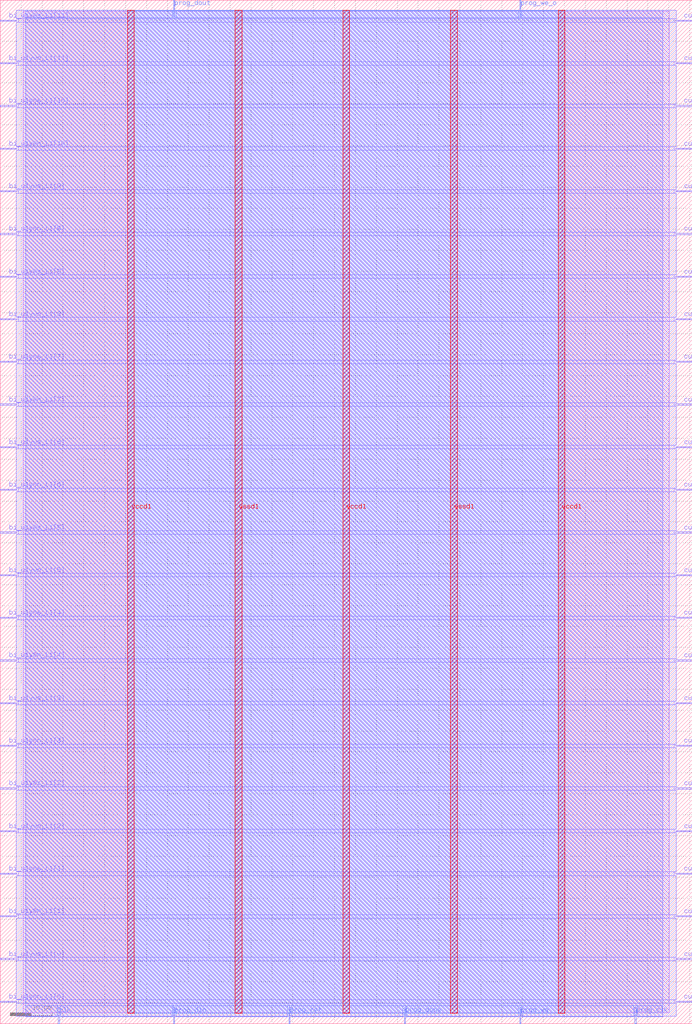
<source format=lef>
VERSION 5.7 ;
  NOWIREEXTENSIONATPIN ON ;
  DIVIDERCHAR "/" ;
  BUSBITCHARS "[]" ;
MACRO tile_clb
  CLASS BLOCK ;
  FOREIGN tile_clb ;
  ORIGIN 0.000 0.000 ;
  SIZE 165.600 BY 244.800 ;
  PIN bi_u1y0n_L1[0]
    DIRECTION INPUT ;
    USE SIGNAL ;
    PORT
      LAYER met1 ;
        RECT 0.000 5.130 4.000 5.410 ;
    END
  END bi_u1y0n_L1[0]
  PIN bi_u1y0n_L1[10]
    DIRECTION INPUT ;
    USE SIGNAL ;
    PORT
      LAYER met1 ;
        RECT 0.000 209.130 4.000 209.410 ;
    END
  END bi_u1y0n_L1[10]
  PIN bi_u1y0n_L1[11]
    DIRECTION INPUT ;
    USE SIGNAL ;
    PORT
      LAYER met1 ;
        RECT 0.000 229.530 4.000 229.810 ;
    END
  END bi_u1y0n_L1[11]
  PIN bi_u1y0n_L1[1]
    DIRECTION INPUT ;
    USE SIGNAL ;
    PORT
      LAYER met1 ;
        RECT 0.000 25.530 4.000 25.810 ;
    END
  END bi_u1y0n_L1[1]
  PIN bi_u1y0n_L1[2]
    DIRECTION INPUT ;
    USE SIGNAL ;
    PORT
      LAYER met1 ;
        RECT 0.000 45.930 4.000 46.210 ;
    END
  END bi_u1y0n_L1[2]
  PIN bi_u1y0n_L1[3]
    DIRECTION INPUT ;
    USE SIGNAL ;
    PORT
      LAYER met1 ;
        RECT 0.000 66.330 4.000 66.610 ;
    END
  END bi_u1y0n_L1[3]
  PIN bi_u1y0n_L1[4]
    DIRECTION INPUT ;
    USE SIGNAL ;
    PORT
      LAYER met1 ;
        RECT 0.000 86.730 4.000 87.010 ;
    END
  END bi_u1y0n_L1[4]
  PIN bi_u1y0n_L1[5]
    DIRECTION INPUT ;
    USE SIGNAL ;
    PORT
      LAYER met1 ;
        RECT 0.000 107.130 4.000 107.410 ;
    END
  END bi_u1y0n_L1[5]
  PIN bi_u1y0n_L1[6]
    DIRECTION INPUT ;
    USE SIGNAL ;
    PORT
      LAYER met1 ;
        RECT 0.000 127.530 4.000 127.810 ;
    END
  END bi_u1y0n_L1[6]
  PIN bi_u1y0n_L1[7]
    DIRECTION INPUT ;
    USE SIGNAL ;
    PORT
      LAYER met1 ;
        RECT 0.000 147.930 4.000 148.210 ;
    END
  END bi_u1y0n_L1[7]
  PIN bi_u1y0n_L1[8]
    DIRECTION INPUT ;
    USE SIGNAL ;
    PORT
      LAYER met1 ;
        RECT 0.000 168.330 4.000 168.610 ;
    END
  END bi_u1y0n_L1[8]
  PIN bi_u1y0n_L1[9]
    DIRECTION INPUT ;
    USE SIGNAL ;
    PORT
      LAYER met1 ;
        RECT 0.000 188.730 4.000 189.010 ;
    END
  END bi_u1y0n_L1[9]
  PIN bi_u1y0s_L1[0]
    DIRECTION INPUT ;
    USE SIGNAL ;
    PORT
      LAYER met1 ;
        RECT 0.000 15.330 4.000 15.610 ;
    END
  END bi_u1y0s_L1[0]
  PIN bi_u1y0s_L1[10]
    DIRECTION INPUT ;
    USE SIGNAL ;
    PORT
      LAYER met1 ;
        RECT 0.000 219.330 4.000 219.610 ;
    END
  END bi_u1y0s_L1[10]
  PIN bi_u1y0s_L1[11]
    DIRECTION INPUT ;
    USE SIGNAL ;
    PORT
      LAYER met1 ;
        RECT 0.000 239.730 4.000 240.010 ;
    END
  END bi_u1y0s_L1[11]
  PIN bi_u1y0s_L1[1]
    DIRECTION INPUT ;
    USE SIGNAL ;
    PORT
      LAYER met1 ;
        RECT 0.000 35.730 4.000 36.010 ;
    END
  END bi_u1y0s_L1[1]
  PIN bi_u1y0s_L1[2]
    DIRECTION INPUT ;
    USE SIGNAL ;
    PORT
      LAYER met1 ;
        RECT 0.000 56.130 4.000 56.410 ;
    END
  END bi_u1y0s_L1[2]
  PIN bi_u1y0s_L1[3]
    DIRECTION INPUT ;
    USE SIGNAL ;
    PORT
      LAYER met1 ;
        RECT 0.000 76.530 4.000 76.810 ;
    END
  END bi_u1y0s_L1[3]
  PIN bi_u1y0s_L1[4]
    DIRECTION INPUT ;
    USE SIGNAL ;
    PORT
      LAYER met1 ;
        RECT 0.000 96.930 4.000 97.210 ;
    END
  END bi_u1y0s_L1[4]
  PIN bi_u1y0s_L1[5]
    DIRECTION INPUT ;
    USE SIGNAL ;
    PORT
      LAYER met1 ;
        RECT 0.000 117.330 4.000 117.610 ;
    END
  END bi_u1y0s_L1[5]
  PIN bi_u1y0s_L1[6]
    DIRECTION INPUT ;
    USE SIGNAL ;
    PORT
      LAYER met1 ;
        RECT 0.000 137.730 4.000 138.010 ;
    END
  END bi_u1y0s_L1[6]
  PIN bi_u1y0s_L1[7]
    DIRECTION INPUT ;
    USE SIGNAL ;
    PORT
      LAYER met1 ;
        RECT 0.000 158.130 4.000 158.410 ;
    END
  END bi_u1y0s_L1[7]
  PIN bi_u1y0s_L1[8]
    DIRECTION INPUT ;
    USE SIGNAL ;
    PORT
      LAYER met1 ;
        RECT 0.000 178.530 4.000 178.810 ;
    END
  END bi_u1y0s_L1[8]
  PIN bi_u1y0s_L1[9]
    DIRECTION INPUT ;
    USE SIGNAL ;
    PORT
      LAYER met1 ;
        RECT 0.000 198.930 4.000 199.210 ;
    END
  END bi_u1y0s_L1[9]
  PIN clk
    DIRECTION INPUT ;
    USE SIGNAL ;
    PORT
      LAYER met2 ;
        RECT 13.890 0.000 14.170 4.000 ;
    END
  END clk
  PIN cu_x0y0n_L1[0]
    DIRECTION OUTPUT TRISTATE ;
    USE SIGNAL ;
    PORT
      LAYER met1 ;
        RECT 161.600 5.130 165.600 5.410 ;
    END
  END cu_x0y0n_L1[0]
  PIN cu_x0y0n_L1[10]
    DIRECTION OUTPUT TRISTATE ;
    USE SIGNAL ;
    PORT
      LAYER met1 ;
        RECT 161.600 209.130 165.600 209.410 ;
    END
  END cu_x0y0n_L1[10]
  PIN cu_x0y0n_L1[11]
    DIRECTION OUTPUT TRISTATE ;
    USE SIGNAL ;
    PORT
      LAYER met1 ;
        RECT 161.600 229.530 165.600 229.810 ;
    END
  END cu_x0y0n_L1[11]
  PIN cu_x0y0n_L1[1]
    DIRECTION OUTPUT TRISTATE ;
    USE SIGNAL ;
    PORT
      LAYER met1 ;
        RECT 161.600 25.530 165.600 25.810 ;
    END
  END cu_x0y0n_L1[1]
  PIN cu_x0y0n_L1[2]
    DIRECTION OUTPUT TRISTATE ;
    USE SIGNAL ;
    PORT
      LAYER met1 ;
        RECT 161.600 45.930 165.600 46.210 ;
    END
  END cu_x0y0n_L1[2]
  PIN cu_x0y0n_L1[3]
    DIRECTION OUTPUT TRISTATE ;
    USE SIGNAL ;
    PORT
      LAYER met1 ;
        RECT 161.600 66.330 165.600 66.610 ;
    END
  END cu_x0y0n_L1[3]
  PIN cu_x0y0n_L1[4]
    DIRECTION OUTPUT TRISTATE ;
    USE SIGNAL ;
    PORT
      LAYER met1 ;
        RECT 161.600 86.730 165.600 87.010 ;
    END
  END cu_x0y0n_L1[4]
  PIN cu_x0y0n_L1[5]
    DIRECTION OUTPUT TRISTATE ;
    USE SIGNAL ;
    PORT
      LAYER met1 ;
        RECT 161.600 107.130 165.600 107.410 ;
    END
  END cu_x0y0n_L1[5]
  PIN cu_x0y0n_L1[6]
    DIRECTION OUTPUT TRISTATE ;
    USE SIGNAL ;
    PORT
      LAYER met1 ;
        RECT 161.600 127.530 165.600 127.810 ;
    END
  END cu_x0y0n_L1[6]
  PIN cu_x0y0n_L1[7]
    DIRECTION OUTPUT TRISTATE ;
    USE SIGNAL ;
    PORT
      LAYER met1 ;
        RECT 161.600 147.930 165.600 148.210 ;
    END
  END cu_x0y0n_L1[7]
  PIN cu_x0y0n_L1[8]
    DIRECTION OUTPUT TRISTATE ;
    USE SIGNAL ;
    PORT
      LAYER met1 ;
        RECT 161.600 168.330 165.600 168.610 ;
    END
  END cu_x0y0n_L1[8]
  PIN cu_x0y0n_L1[9]
    DIRECTION OUTPUT TRISTATE ;
    USE SIGNAL ;
    PORT
      LAYER met1 ;
        RECT 161.600 188.730 165.600 189.010 ;
    END
  END cu_x0y0n_L1[9]
  PIN cu_x0y0s_L1[0]
    DIRECTION OUTPUT TRISTATE ;
    USE SIGNAL ;
    PORT
      LAYER met1 ;
        RECT 161.600 15.330 165.600 15.610 ;
    END
  END cu_x0y0s_L1[0]
  PIN cu_x0y0s_L1[10]
    DIRECTION OUTPUT TRISTATE ;
    USE SIGNAL ;
    PORT
      LAYER met1 ;
        RECT 161.600 219.330 165.600 219.610 ;
    END
  END cu_x0y0s_L1[10]
  PIN cu_x0y0s_L1[11]
    DIRECTION OUTPUT TRISTATE ;
    USE SIGNAL ;
    PORT
      LAYER met1 ;
        RECT 161.600 239.730 165.600 240.010 ;
    END
  END cu_x0y0s_L1[11]
  PIN cu_x0y0s_L1[1]
    DIRECTION OUTPUT TRISTATE ;
    USE SIGNAL ;
    PORT
      LAYER met1 ;
        RECT 161.600 35.730 165.600 36.010 ;
    END
  END cu_x0y0s_L1[1]
  PIN cu_x0y0s_L1[2]
    DIRECTION OUTPUT TRISTATE ;
    USE SIGNAL ;
    PORT
      LAYER met1 ;
        RECT 161.600 56.130 165.600 56.410 ;
    END
  END cu_x0y0s_L1[2]
  PIN cu_x0y0s_L1[3]
    DIRECTION OUTPUT TRISTATE ;
    USE SIGNAL ;
    PORT
      LAYER met1 ;
        RECT 161.600 76.530 165.600 76.810 ;
    END
  END cu_x0y0s_L1[3]
  PIN cu_x0y0s_L1[4]
    DIRECTION OUTPUT TRISTATE ;
    USE SIGNAL ;
    PORT
      LAYER met1 ;
        RECT 161.600 96.930 165.600 97.210 ;
    END
  END cu_x0y0s_L1[4]
  PIN cu_x0y0s_L1[5]
    DIRECTION OUTPUT TRISTATE ;
    USE SIGNAL ;
    PORT
      LAYER met1 ;
        RECT 161.600 117.330 165.600 117.610 ;
    END
  END cu_x0y0s_L1[5]
  PIN cu_x0y0s_L1[6]
    DIRECTION OUTPUT TRISTATE ;
    USE SIGNAL ;
    PORT
      LAYER met1 ;
        RECT 161.600 137.730 165.600 138.010 ;
    END
  END cu_x0y0s_L1[6]
  PIN cu_x0y0s_L1[7]
    DIRECTION OUTPUT TRISTATE ;
    USE SIGNAL ;
    PORT
      LAYER met1 ;
        RECT 161.600 158.130 165.600 158.410 ;
    END
  END cu_x0y0s_L1[7]
  PIN cu_x0y0s_L1[8]
    DIRECTION OUTPUT TRISTATE ;
    USE SIGNAL ;
    PORT
      LAYER met1 ;
        RECT 161.600 178.530 165.600 178.810 ;
    END
  END cu_x0y0s_L1[8]
  PIN cu_x0y0s_L1[9]
    DIRECTION OUTPUT TRISTATE ;
    USE SIGNAL ;
    PORT
      LAYER met1 ;
        RECT 161.600 198.930 165.600 199.210 ;
    END
  END cu_x0y0s_L1[9]
  PIN prog_clk
    DIRECTION INPUT ;
    USE SIGNAL ;
    PORT
      LAYER met2 ;
        RECT 151.890 0.000 152.170 4.000 ;
    END
  END prog_clk
  PIN prog_din
    DIRECTION INPUT ;
    USE SIGNAL ;
    PORT
      LAYER met2 ;
        RECT 41.490 0.000 41.770 4.000 ;
    END
  END prog_din
  PIN prog_done
    DIRECTION INPUT ;
    USE SIGNAL ;
    PORT
      LAYER met2 ;
        RECT 96.690 0.000 96.970 4.000 ;
    END
  END prog_done
  PIN prog_dout
    DIRECTION OUTPUT TRISTATE ;
    USE SIGNAL ;
    PORT
      LAYER met2 ;
        RECT 41.490 240.800 41.770 244.800 ;
    END
  END prog_dout
  PIN prog_rst
    DIRECTION INPUT ;
    USE SIGNAL ;
    PORT
      LAYER met2 ;
        RECT 69.090 0.000 69.370 4.000 ;
    END
  END prog_rst
  PIN prog_we
    DIRECTION INPUT ;
    USE SIGNAL ;
    PORT
      LAYER met2 ;
        RECT 124.290 0.000 124.570 4.000 ;
    END
  END prog_we
  PIN prog_we_o
    DIRECTION OUTPUT TRISTATE ;
    USE SIGNAL ;
    PORT
      LAYER met2 ;
        RECT 124.290 240.800 124.570 244.800 ;
    END
  END prog_we_o
  PIN vccd1
    DIRECTION INPUT ;
    USE POWER ;
    PORT
      LAYER met4 ;
        RECT 30.475 2.480 32.075 242.320 ;
    END
    PORT
      LAYER met4 ;
        RECT 81.995 2.480 83.595 242.320 ;
    END
    PORT
      LAYER met4 ;
        RECT 133.515 2.480 135.115 242.320 ;
    END
  END vccd1
  PIN vssd1
    DIRECTION INPUT ;
    USE GROUND ;
    PORT
      LAYER met4 ;
        RECT 56.235 2.480 57.835 242.320 ;
    END
    PORT
      LAYER met4 ;
        RECT 107.755 2.480 109.355 242.320 ;
    END
  END vssd1
  OBS
      LAYER li1 ;
        RECT 5.520 2.635 160.080 242.165 ;
      LAYER met1 ;
        RECT 3.840 240.290 161.760 242.320 ;
        RECT 4.280 239.450 161.320 240.290 ;
        RECT 3.840 230.090 161.760 239.450 ;
        RECT 4.280 229.250 161.320 230.090 ;
        RECT 3.840 219.890 161.760 229.250 ;
        RECT 4.280 219.050 161.320 219.890 ;
        RECT 3.840 209.690 161.760 219.050 ;
        RECT 4.280 208.850 161.320 209.690 ;
        RECT 3.840 199.490 161.760 208.850 ;
        RECT 4.280 198.650 161.320 199.490 ;
        RECT 3.840 189.290 161.760 198.650 ;
        RECT 4.280 188.450 161.320 189.290 ;
        RECT 3.840 179.090 161.760 188.450 ;
        RECT 4.280 178.250 161.320 179.090 ;
        RECT 3.840 168.890 161.760 178.250 ;
        RECT 4.280 168.050 161.320 168.890 ;
        RECT 3.840 158.690 161.760 168.050 ;
        RECT 4.280 157.850 161.320 158.690 ;
        RECT 3.840 148.490 161.760 157.850 ;
        RECT 4.280 147.650 161.320 148.490 ;
        RECT 3.840 138.290 161.760 147.650 ;
        RECT 4.280 137.450 161.320 138.290 ;
        RECT 3.840 128.090 161.760 137.450 ;
        RECT 4.280 127.250 161.320 128.090 ;
        RECT 3.840 117.890 161.760 127.250 ;
        RECT 4.280 117.050 161.320 117.890 ;
        RECT 3.840 107.690 161.760 117.050 ;
        RECT 4.280 106.850 161.320 107.690 ;
        RECT 3.840 97.490 161.760 106.850 ;
        RECT 4.280 96.650 161.320 97.490 ;
        RECT 3.840 87.290 161.760 96.650 ;
        RECT 4.280 86.450 161.320 87.290 ;
        RECT 3.840 77.090 161.760 86.450 ;
        RECT 4.280 76.250 161.320 77.090 ;
        RECT 3.840 66.890 161.760 76.250 ;
        RECT 4.280 66.050 161.320 66.890 ;
        RECT 3.840 56.690 161.760 66.050 ;
        RECT 4.280 55.850 161.320 56.690 ;
        RECT 3.840 46.490 161.760 55.850 ;
        RECT 4.280 45.650 161.320 46.490 ;
        RECT 3.840 36.290 161.760 45.650 ;
        RECT 4.280 35.450 161.320 36.290 ;
        RECT 3.840 26.090 161.760 35.450 ;
        RECT 4.280 25.250 161.320 26.090 ;
        RECT 3.840 15.890 161.760 25.250 ;
        RECT 4.280 15.050 161.320 15.890 ;
        RECT 3.840 5.690 161.760 15.050 ;
        RECT 4.280 4.850 161.320 5.690 ;
        RECT 3.840 1.740 161.760 4.850 ;
      LAYER met2 ;
        RECT 6.080 240.520 41.210 242.320 ;
        RECT 42.050 240.520 124.010 242.320 ;
        RECT 124.850 240.520 158.600 242.320 ;
        RECT 6.080 4.280 158.600 240.520 ;
        RECT 6.080 1.710 13.610 4.280 ;
        RECT 14.450 1.710 41.210 4.280 ;
        RECT 42.050 1.710 68.810 4.280 ;
        RECT 69.650 1.710 96.410 4.280 ;
        RECT 97.250 1.710 124.010 4.280 ;
        RECT 124.850 1.710 151.610 4.280 ;
        RECT 152.450 1.710 158.600 4.280 ;
      LAYER met3 ;
        RECT 30.480 2.555 135.115 242.245 ;
  END
END tile_clb
END LIBRARY


</source>
